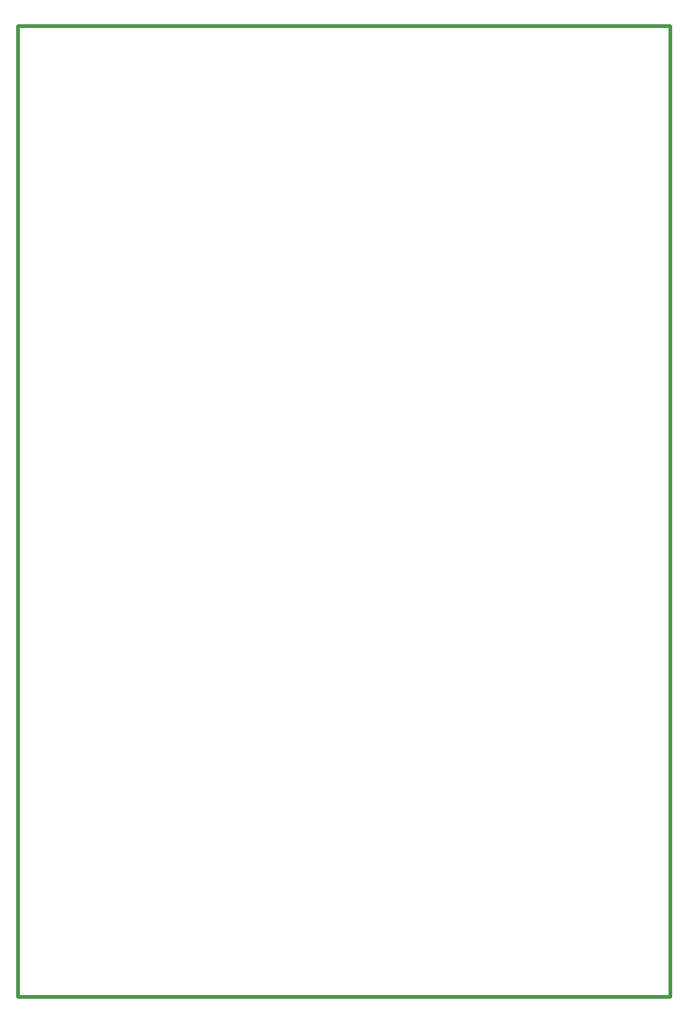
<source format=gbr>
G04 ( created by brdgerber.py ( brdgerber.py v0.1 2014-03-12 ) ) date 2020-10-08 04:24:02 EDT*
G04 Gerber Fmt 3.4, Leading zero omitted, Abs format*
%MOIN*%
%FSLAX34Y34*%
G01*
G70*
G90*
G04 APERTURE LIST*
%ADD10R,0.0550X0.0550*%
%ADD15R,0.0590X0.0354*%
%ADD17R,0.0629X0.0709*%
%ADD13C,0.0120*%
%ADD12C,0.0000*%
%ADD16C,0.0050*%
%ADD14C,0.2440*%
%ADD18C,0.0060*%
%ADD11C,0.0550*%
%ADD19C,0.0200*%
G04 APERTURE END LIST*
G54D10*
D19*
G01X34000Y06950D02*
G01X34000Y-45100D01*
D19*
G01X-01000Y06950D02*
G01X34000Y06950D01*
D19*
G01X-01000Y-45100D02*
G01X-01000Y06950D01*
D19*
G01X34000Y-45100D02*
G01X-01000Y-45100D01*
M02*

</source>
